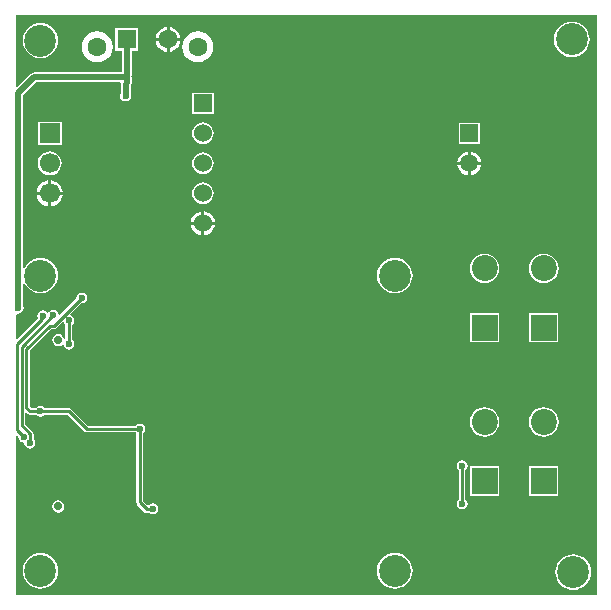
<source format=gbl>
G04*
G04 #@! TF.GenerationSoftware,Altium Limited,Altium Designer,19.0.10 (269)*
G04*
G04 Layer_Physical_Order=2*
G04 Layer_Color=16711680*
%FSLAX25Y25*%
%MOIN*%
G70*
G01*
G75*
%ADD10C,0.01000*%
%ADD11C,0.00984*%
%ADD57C,0.01968*%
%ADD58R,0.06000X0.06000*%
%ADD59C,0.06000*%
%ADD60C,0.05906*%
%ADD61R,0.05906X0.05906*%
%ADD62R,0.06693X0.06693*%
%ADD63C,0.06693*%
%ADD64R,0.06299X0.06299*%
%ADD65C,0.06299*%
%ADD66C,0.10630*%
%ADD67R,0.08661X0.08661*%
%ADD68C,0.08661*%
%ADD69C,0.02756*%
%ADD70C,0.02362*%
G36*
X195219Y195219D02*
X195219Y1631D01*
X1631Y1631D01*
X1631Y54802D01*
X2093Y54993D01*
X2429Y54658D01*
X2389Y54457D01*
X2527Y53762D01*
X2921Y53173D01*
X3510Y52779D01*
X4036Y52674D01*
X4319Y52477D01*
X4517Y52193D01*
X4622Y51667D01*
X5015Y51078D01*
X5604Y50684D01*
X6299Y50546D01*
X6994Y50684D01*
X7583Y51078D01*
X7977Y51667D01*
X8115Y52362D01*
X7977Y53057D01*
X7591Y53634D01*
Y55398D01*
X7507Y55825D01*
X7265Y56186D01*
X4666Y58785D01*
Y62412D01*
X5128Y62604D01*
X5533Y62199D01*
X5533Y62199D01*
X5897Y61956D01*
X6326Y61870D01*
X6326Y61870D01*
X8450D01*
X8558Y61708D01*
X9148Y61314D01*
X9843Y61176D01*
X10537Y61314D01*
X11127Y61708D01*
X11235Y61870D01*
X18827D01*
X24404Y56294D01*
X24404Y56294D01*
X24768Y56050D01*
X25197Y55965D01*
X25197Y55965D01*
X41521D01*
X41629Y55803D01*
X41792Y55694D01*
Y32677D01*
X41792Y32677D01*
X41877Y32248D01*
X42120Y31884D01*
X44482Y29522D01*
X44482Y29522D01*
X44846Y29279D01*
X45276Y29193D01*
X45276Y29193D01*
X46011D01*
X46549Y28834D01*
X47244Y28696D01*
X47939Y28834D01*
X48528Y29228D01*
X48922Y29817D01*
X49060Y30512D01*
X48922Y31207D01*
X48528Y31796D01*
X47939Y32190D01*
X47244Y32328D01*
X46549Y32190D01*
X45960Y31796D01*
X45947Y31776D01*
X45449Y31727D01*
X44035Y33142D01*
Y55694D01*
X44197Y55803D01*
X44591Y56392D01*
X44729Y57087D01*
X44591Y57782D01*
X44197Y58371D01*
X43608Y58764D01*
X42913Y58903D01*
X42218Y58764D01*
X41629Y58371D01*
X41521Y58208D01*
X25661D01*
X20085Y63785D01*
X19721Y64028D01*
X19291Y64114D01*
X19291Y64114D01*
X11235D01*
X11127Y64276D01*
X10537Y64670D01*
X9843Y64808D01*
X9148Y64670D01*
X8558Y64276D01*
X8450Y64114D01*
X6791D01*
X6266Y64638D01*
Y83334D01*
X13401Y90469D01*
X14349D01*
X14349Y90469D01*
X14778Y90554D01*
X15142Y90798D01*
X17130Y92785D01*
X17550Y92658D01*
X17634Y92582D01*
X18007Y92023D01*
X18170Y91914D01*
Y87338D01*
X17670Y87288D01*
X17611Y87583D01*
X17174Y88237D01*
X16520Y88674D01*
X15748Y88828D01*
X14976Y88674D01*
X14322Y88237D01*
X13885Y87583D01*
X13731Y86811D01*
X13885Y86039D01*
X14322Y85385D01*
X14976Y84948D01*
X15748Y84794D01*
X16520Y84948D01*
X16998Y85268D01*
X17501Y85115D01*
X17546Y85078D01*
X17614Y84738D01*
X18007Y84149D01*
X18596Y83755D01*
X19291Y83617D01*
X19986Y83755D01*
X20575Y84149D01*
X20969Y84738D01*
X21107Y85433D01*
X20969Y86128D01*
X20575Y86717D01*
X20413Y86826D01*
Y91914D01*
X20575Y92023D01*
X20969Y92612D01*
X21107Y93307D01*
X20969Y94002D01*
X20575Y94591D01*
X20016Y94965D01*
X19941Y95048D01*
X19813Y95469D01*
X23367Y99022D01*
X23622Y98971D01*
X24317Y99110D01*
X24906Y99503D01*
X25300Y100092D01*
X25438Y100787D01*
X25300Y101482D01*
X24906Y102071D01*
X24317Y102465D01*
X23622Y102603D01*
X22927Y102465D01*
X22338Y102071D01*
X21944Y101482D01*
X21806Y100787D01*
X21832Y100659D01*
X16458Y95286D01*
X15915Y95450D01*
X15851Y95774D01*
X15457Y96363D01*
X14868Y96756D01*
X14173Y96895D01*
X13478Y96756D01*
X12889Y96363D01*
X12637Y95985D01*
X12062Y95949D01*
X12058Y95950D01*
X11914Y96166D01*
X11325Y96560D01*
X10630Y96698D01*
X9935Y96560D01*
X9346Y96166D01*
X8952Y95577D01*
X8814Y94882D01*
X8952Y94187D01*
X9031Y94070D01*
X2093Y87133D01*
X1631Y87324D01*
Y95144D01*
X2131Y95554D01*
X2387Y95503D01*
X3082Y95642D01*
X3672Y96035D01*
X4065Y96624D01*
X4203Y97319D01*
X4065Y98014D01*
X4003Y98108D01*
Y105585D01*
X4503Y105710D01*
X4901Y104966D01*
X5640Y104065D01*
X6540Y103326D01*
X7568Y102777D01*
X8683Y102438D01*
X9843Y102324D01*
X11002Y102438D01*
X12117Y102777D01*
X13145Y103326D01*
X14045Y104065D01*
X14784Y104966D01*
X15334Y105993D01*
X15672Y107108D01*
X15786Y108268D01*
X15672Y109427D01*
X15334Y110542D01*
X14784Y111570D01*
X14045Y112470D01*
X13145Y113210D01*
X12117Y113759D01*
X11002Y114097D01*
X9843Y114211D01*
X8683Y114097D01*
X7568Y113759D01*
X6540Y113210D01*
X5640Y112470D01*
X4901Y111570D01*
X4503Y110826D01*
X4003Y110951D01*
Y168301D01*
X8515Y172814D01*
X36273D01*
X36683Y172314D01*
X36649Y172142D01*
Y169011D01*
X36511Y168805D01*
X36373Y168110D01*
X36511Y167415D01*
X36905Y166826D01*
X37494Y166432D01*
X38189Y166294D01*
X38884Y166432D01*
X39473Y166826D01*
X39867Y167415D01*
X40005Y168110D01*
X39880Y168741D01*
Y171550D01*
X40075Y171842D01*
X40198Y172460D01*
Y174429D01*
X40120Y174823D01*
X40198Y175216D01*
Y183238D01*
X42332D01*
Y190737D01*
X34833D01*
Y183238D01*
X36967D01*
Y176044D01*
X7846D01*
X7228Y175921D01*
X6704Y175571D01*
X2093Y170961D01*
X1631Y171152D01*
Y195219D01*
X195219Y195219D01*
D02*
G37*
%LPC*%
G36*
X52862Y191107D02*
Y187487D01*
X56482D01*
X56405Y188070D01*
X55987Y189080D01*
X55322Y189947D01*
X54455Y190612D01*
X53446Y191030D01*
X52862Y191107D01*
D02*
G37*
G36*
X51862D02*
X51279Y191030D01*
X50270Y190612D01*
X49403Y189947D01*
X48737Y189080D01*
X48319Y188070D01*
X48243Y187487D01*
X51862D01*
Y191107D01*
D02*
G37*
G36*
X56482Y186487D02*
X52862D01*
Y182868D01*
X53446Y182944D01*
X54455Y183362D01*
X55322Y184028D01*
X55987Y184894D01*
X56405Y185904D01*
X56482Y186487D01*
D02*
G37*
G36*
X51862D02*
X48243D01*
X48319Y185904D01*
X48737Y184894D01*
X49403Y184028D01*
X50270Y183362D01*
X51279Y182944D01*
X51862Y182868D01*
Y186487D01*
D02*
G37*
G36*
X187008Y192951D02*
X185848Y192837D01*
X184733Y192499D01*
X183706Y191950D01*
X182805Y191211D01*
X182066Y190310D01*
X181517Y189282D01*
X181178Y188167D01*
X181064Y187008D01*
X181178Y185848D01*
X181517Y184733D01*
X182066Y183706D01*
X182805Y182805D01*
X183706Y182066D01*
X184733Y181517D01*
X185848Y181178D01*
X187008Y181064D01*
X188167Y181178D01*
X189282Y181517D01*
X190310Y182066D01*
X191211Y182805D01*
X191950Y183706D01*
X192499Y184733D01*
X192837Y185848D01*
X192951Y187008D01*
X192837Y188167D01*
X192499Y189282D01*
X191950Y190310D01*
X191211Y191211D01*
X190310Y191950D01*
X189282Y192499D01*
X188167Y192837D01*
X187008Y192951D01*
D02*
G37*
G36*
X9843Y192558D02*
X8683Y192444D01*
X7568Y192105D01*
X6540Y191556D01*
X5640Y190817D01*
X4901Y189916D01*
X4351Y188889D01*
X4013Y187774D01*
X3899Y186614D01*
X4013Y185455D01*
X4351Y184340D01*
X4901Y183312D01*
X5640Y182411D01*
X6540Y181672D01*
X7568Y181123D01*
X8683Y180785D01*
X9843Y180671D01*
X11002Y180785D01*
X12117Y181123D01*
X13145Y181672D01*
X14045Y182411D01*
X14784Y183312D01*
X15334Y184340D01*
X15672Y185455D01*
X15786Y186614D01*
X15672Y187774D01*
X15334Y188889D01*
X14784Y189916D01*
X14045Y190817D01*
X13145Y191556D01*
X12117Y192105D01*
X11002Y192444D01*
X9843Y192558D01*
D02*
G37*
G36*
X62205Y189679D02*
X60866Y189502D01*
X59619Y188986D01*
X58548Y188164D01*
X57726Y187093D01*
X57209Y185845D01*
X57033Y184507D01*
X57209Y183168D01*
X57726Y181921D01*
X58548Y180850D01*
X59619Y180028D01*
X60866Y179511D01*
X62205Y179335D01*
X63543Y179511D01*
X64791Y180028D01*
X65862Y180850D01*
X66684Y181921D01*
X67200Y183168D01*
X67377Y184507D01*
X67200Y185845D01*
X66684Y187093D01*
X65862Y188164D01*
X64791Y188986D01*
X63543Y189502D01*
X62205Y189679D01*
D02*
G37*
G36*
X28740D02*
X27402Y189502D01*
X26154Y188986D01*
X25083Y188164D01*
X24261Y187093D01*
X23745Y185845D01*
X23568Y184507D01*
X23745Y183168D01*
X24261Y181921D01*
X25083Y180850D01*
X26154Y180028D01*
X27402Y179511D01*
X28740Y179335D01*
X30079Y179511D01*
X31326Y180028D01*
X32397Y180850D01*
X33219Y181921D01*
X33736Y183168D01*
X33912Y184507D01*
X33736Y185845D01*
X33219Y187093D01*
X32397Y188164D01*
X31326Y188986D01*
X30079Y189502D01*
X28740Y189679D01*
D02*
G37*
G36*
X67608Y169269D02*
X60408D01*
Y162069D01*
X67608D01*
Y169269D01*
D02*
G37*
G36*
X156309Y159222D02*
X149203D01*
Y152117D01*
X156309D01*
Y159222D01*
D02*
G37*
G36*
X64008Y159300D02*
X63068Y159177D01*
X62192Y158814D01*
X61440Y158237D01*
X60863Y157485D01*
X60501Y156609D01*
X60377Y155669D01*
X60501Y154729D01*
X60863Y153854D01*
X61440Y153102D01*
X62192Y152525D01*
X63068Y152162D01*
X64008Y152038D01*
X64948Y152162D01*
X65823Y152525D01*
X66575Y153102D01*
X67153Y153854D01*
X67515Y154729D01*
X67639Y155669D01*
X67515Y156609D01*
X67153Y157485D01*
X66575Y158237D01*
X65823Y158814D01*
X64948Y159177D01*
X64008Y159300D01*
D02*
G37*
G36*
X16883Y159616D02*
X8991D01*
Y151723D01*
X16883D01*
Y159616D01*
D02*
G37*
G36*
X153256Y149590D02*
Y146169D01*
X156677D01*
X156607Y146701D01*
X156209Y147663D01*
X155575Y148488D01*
X154749Y149122D01*
X153788Y149520D01*
X153256Y149590D01*
D02*
G37*
G36*
X152256Y149590D02*
X151724Y149520D01*
X150762Y149122D01*
X149937Y148488D01*
X149303Y147663D01*
X148905Y146701D01*
X148835Y146169D01*
X152256D01*
Y149590D01*
D02*
G37*
G36*
X64008Y149300D02*
X63068Y149177D01*
X62192Y148814D01*
X61440Y148237D01*
X60863Y147485D01*
X60501Y146609D01*
X60377Y145669D01*
X60501Y144729D01*
X60863Y143854D01*
X61440Y143102D01*
X62192Y142525D01*
X63068Y142162D01*
X64008Y142038D01*
X64948Y142162D01*
X65823Y142525D01*
X66575Y143102D01*
X67153Y143854D01*
X67515Y144729D01*
X67639Y145669D01*
X67515Y146609D01*
X67153Y147485D01*
X66575Y148237D01*
X65823Y148814D01*
X64948Y149177D01*
X64008Y149300D01*
D02*
G37*
G36*
X156677Y145169D02*
X153256D01*
Y141748D01*
X153788Y141818D01*
X154749Y142217D01*
X155575Y142850D01*
X156209Y143676D01*
X156607Y144637D01*
X156677Y145169D01*
D02*
G37*
G36*
X152256D02*
X148835D01*
X148905Y144637D01*
X149303Y143676D01*
X149937Y142850D01*
X150762Y142217D01*
X151724Y141818D01*
X152256Y141748D01*
Y145169D01*
D02*
G37*
G36*
X12937Y149650D02*
X11907Y149514D01*
X10947Y149117D01*
X10122Y148484D01*
X9490Y147660D01*
X9092Y146700D01*
X8956Y145669D01*
X9092Y144639D01*
X9490Y143679D01*
X10122Y142855D01*
X10947Y142222D01*
X11907Y141824D01*
X12937Y141689D01*
X13967Y141824D01*
X14927Y142222D01*
X15752Y142855D01*
X16384Y143679D01*
X16782Y144639D01*
X16917Y145669D01*
X16782Y146700D01*
X16384Y147660D01*
X15752Y148484D01*
X14927Y149117D01*
X13967Y149514D01*
X12937Y149650D01*
D02*
G37*
G36*
X13437Y139987D02*
Y136169D01*
X17255D01*
X17172Y136804D01*
X16734Y137861D01*
X16037Y138769D01*
X15129Y139466D01*
X14072Y139904D01*
X13437Y139987D01*
D02*
G37*
G36*
X12437D02*
X11802Y139904D01*
X10745Y139466D01*
X9837Y138769D01*
X9140Y137861D01*
X8702Y136804D01*
X8619Y136169D01*
X12437D01*
Y139987D01*
D02*
G37*
G36*
X64008Y139300D02*
X63068Y139177D01*
X62192Y138814D01*
X61440Y138237D01*
X60863Y137485D01*
X60501Y136609D01*
X60377Y135669D01*
X60501Y134730D01*
X60863Y133854D01*
X61440Y133102D01*
X62192Y132525D01*
X63068Y132162D01*
X64008Y132038D01*
X64948Y132162D01*
X65823Y132525D01*
X66575Y133102D01*
X67153Y133854D01*
X67515Y134730D01*
X67639Y135669D01*
X67515Y136609D01*
X67153Y137485D01*
X66575Y138237D01*
X65823Y138814D01*
X64948Y139177D01*
X64008Y139300D01*
D02*
G37*
G36*
X17255Y135169D02*
X13437D01*
Y131351D01*
X14072Y131435D01*
X15129Y131873D01*
X16037Y132569D01*
X16734Y133477D01*
X17172Y134535D01*
X17255Y135169D01*
D02*
G37*
G36*
X12437D02*
X8619D01*
X8702Y134535D01*
X9140Y133477D01*
X9837Y132569D01*
X10745Y131873D01*
X11802Y131435D01*
X12437Y131351D01*
Y135169D01*
D02*
G37*
G36*
X64508Y129638D02*
Y126169D01*
X67977D01*
X67905Y126714D01*
X67502Y127687D01*
X66861Y128522D01*
X66025Y129163D01*
X65052Y129566D01*
X64508Y129638D01*
D02*
G37*
G36*
X63508Y129638D02*
X62964Y129566D01*
X61991Y129163D01*
X61155Y128522D01*
X60514Y127687D01*
X60111Y126714D01*
X60039Y126169D01*
X63508D01*
Y129638D01*
D02*
G37*
G36*
X67977Y125169D02*
X64508D01*
Y121701D01*
X65052Y121772D01*
X66025Y122175D01*
X66861Y122817D01*
X67502Y123652D01*
X67905Y124625D01*
X67977Y125169D01*
D02*
G37*
G36*
X63508D02*
X60039D01*
X60111Y124625D01*
X60514Y123652D01*
X61155Y122817D01*
X61991Y122175D01*
X62964Y121772D01*
X63508Y121701D01*
Y125169D01*
D02*
G37*
G36*
X177559Y115603D02*
X176272Y115434D01*
X175072Y114937D01*
X174042Y114146D01*
X173252Y113117D01*
X172755Y111917D01*
X172586Y110630D01*
X172755Y109343D01*
X173252Y108143D01*
X174042Y107113D01*
X175072Y106323D01*
X176272Y105826D01*
X177559Y105657D01*
X178846Y105826D01*
X180046Y106323D01*
X181076Y107113D01*
X181866Y108143D01*
X182363Y109343D01*
X182532Y110630D01*
X182363Y111917D01*
X181866Y113117D01*
X181076Y114146D01*
X180046Y114937D01*
X178846Y115434D01*
X177559Y115603D01*
D02*
G37*
G36*
X157874D02*
X156587Y115434D01*
X155387Y114937D01*
X154357Y114146D01*
X153567Y113117D01*
X153070Y111917D01*
X152901Y110630D01*
X153070Y109343D01*
X153567Y108143D01*
X154357Y107113D01*
X155387Y106323D01*
X156587Y105826D01*
X157874Y105657D01*
X159161Y105826D01*
X160361Y106323D01*
X161391Y107113D01*
X162181Y108143D01*
X162678Y109343D01*
X162847Y110630D01*
X162678Y111917D01*
X162181Y113117D01*
X161391Y114146D01*
X160361Y114937D01*
X159161Y115434D01*
X157874Y115603D01*
D02*
G37*
G36*
X127953Y114211D02*
X126793Y114097D01*
X125678Y113759D01*
X124651Y113210D01*
X123750Y112470D01*
X123011Y111570D01*
X122462Y110542D01*
X122123Y109427D01*
X122009Y108268D01*
X122123Y107108D01*
X122462Y105993D01*
X123011Y104966D01*
X123750Y104065D01*
X124651Y103326D01*
X125678Y102777D01*
X126793Y102438D01*
X127953Y102324D01*
X129112Y102438D01*
X130227Y102777D01*
X131255Y103326D01*
X132156Y104065D01*
X132895Y104966D01*
X133444Y105993D01*
X133782Y107108D01*
X133896Y108268D01*
X133782Y109427D01*
X133444Y110542D01*
X132895Y111570D01*
X132156Y112470D01*
X131255Y113210D01*
X130227Y113759D01*
X129112Y114097D01*
X127953Y114211D01*
D02*
G37*
G36*
X182490Y95876D02*
X172628D01*
Y86014D01*
X182490D01*
Y95876D01*
D02*
G37*
G36*
X162805D02*
X152943D01*
Y86014D01*
X162805D01*
Y95876D01*
D02*
G37*
G36*
X177559Y64422D02*
X176272Y64253D01*
X175072Y63756D01*
X174042Y62965D01*
X173252Y61935D01*
X172755Y60736D01*
X172586Y59449D01*
X172755Y58162D01*
X173252Y56962D01*
X174042Y55932D01*
X175072Y55142D01*
X176272Y54645D01*
X177559Y54475D01*
X178846Y54645D01*
X180046Y55142D01*
X181076Y55932D01*
X181866Y56962D01*
X182363Y58162D01*
X182532Y59449D01*
X182363Y60736D01*
X181866Y61935D01*
X181076Y62965D01*
X180046Y63756D01*
X178846Y64253D01*
X177559Y64422D01*
D02*
G37*
G36*
X157874D02*
X156587Y64253D01*
X155387Y63756D01*
X154357Y62965D01*
X153567Y61935D01*
X153070Y60736D01*
X152901Y59449D01*
X153070Y58162D01*
X153567Y56962D01*
X154357Y55932D01*
X155387Y55142D01*
X156587Y54645D01*
X157874Y54475D01*
X159161Y54645D01*
X160361Y55142D01*
X161391Y55932D01*
X162181Y56962D01*
X162678Y58162D01*
X162847Y59449D01*
X162678Y60736D01*
X162181Y61935D01*
X161391Y62965D01*
X160361Y63756D01*
X159161Y64253D01*
X157874Y64422D01*
D02*
G37*
G36*
X182490Y44694D02*
X172628D01*
Y34833D01*
X182490D01*
Y44694D01*
D02*
G37*
G36*
X162805D02*
X152943D01*
Y34833D01*
X162805D01*
Y44694D01*
D02*
G37*
G36*
X150394Y46698D02*
X149699Y46560D01*
X149110Y46166D01*
X148716Y45577D01*
X148578Y44882D01*
X148716Y44187D01*
X149110Y43598D01*
X149272Y43489D01*
Y33676D01*
X149110Y33568D01*
X148716Y32978D01*
X148578Y32283D01*
X148716Y31589D01*
X149110Y30999D01*
X149699Y30606D01*
X150394Y30468D01*
X151089Y30606D01*
X151678Y30999D01*
X152071Y31589D01*
X152210Y32283D01*
X152071Y32978D01*
X151678Y33568D01*
X151515Y33676D01*
Y43489D01*
X151678Y43598D01*
X152071Y44187D01*
X152210Y44882D01*
X152071Y45577D01*
X151678Y46166D01*
X151089Y46560D01*
X150394Y46698D01*
D02*
G37*
G36*
X15748Y33316D02*
X14976Y33162D01*
X14322Y32725D01*
X13885Y32071D01*
X13731Y31299D01*
X13885Y30527D01*
X14322Y29873D01*
X14976Y29436D01*
X15748Y29283D01*
X16520Y29436D01*
X17174Y29873D01*
X17611Y30527D01*
X17765Y31299D01*
X17611Y32071D01*
X17174Y32725D01*
X16520Y33162D01*
X15748Y33316D01*
D02*
G37*
G36*
X127953Y15786D02*
X126793Y15672D01*
X125678Y15334D01*
X124651Y14784D01*
X123750Y14045D01*
X123011Y13145D01*
X122462Y12117D01*
X122123Y11002D01*
X122009Y9843D01*
X122123Y8683D01*
X122462Y7568D01*
X123011Y6540D01*
X123750Y5640D01*
X124651Y4901D01*
X125678Y4351D01*
X126793Y4013D01*
X127953Y3899D01*
X129112Y4013D01*
X130227Y4351D01*
X131255Y4901D01*
X132156Y5640D01*
X132895Y6540D01*
X133444Y7568D01*
X133782Y8683D01*
X133896Y9843D01*
X133782Y11002D01*
X133444Y12117D01*
X132895Y13145D01*
X132156Y14045D01*
X131255Y14784D01*
X130227Y15334D01*
X129112Y15672D01*
X127953Y15786D01*
D02*
G37*
G36*
X9843D02*
X8683Y15672D01*
X7568Y15334D01*
X6540Y14784D01*
X5640Y14045D01*
X4901Y13145D01*
X4351Y12117D01*
X4013Y11002D01*
X3899Y9843D01*
X4013Y8683D01*
X4351Y7568D01*
X4901Y6540D01*
X5640Y5640D01*
X6540Y4901D01*
X7568Y4351D01*
X8683Y4013D01*
X9843Y3899D01*
X11002Y4013D01*
X12117Y4351D01*
X13145Y4901D01*
X14045Y5640D01*
X14784Y6540D01*
X15334Y7568D01*
X15672Y8683D01*
X15786Y9843D01*
X15672Y11002D01*
X15334Y12117D01*
X14784Y13145D01*
X14045Y14045D01*
X13145Y14784D01*
X12117Y15334D01*
X11002Y15672D01*
X9843Y15786D01*
D02*
G37*
G36*
X187402Y15392D02*
X186242Y15278D01*
X185127Y14940D01*
X184099Y14391D01*
X183199Y13652D01*
X182460Y12751D01*
X181910Y11723D01*
X181572Y10608D01*
X181458Y9449D01*
X181572Y8289D01*
X181910Y7174D01*
X182460Y6147D01*
X183199Y5246D01*
X184099Y4507D01*
X185127Y3958D01*
X186242Y3619D01*
X187402Y3505D01*
X188561Y3619D01*
X189676Y3958D01*
X190704Y4507D01*
X191604Y5246D01*
X192343Y6147D01*
X192893Y7174D01*
X193231Y8289D01*
X193345Y9449D01*
X193231Y10608D01*
X192893Y11723D01*
X192343Y12751D01*
X191604Y13652D01*
X190704Y14391D01*
X189676Y14940D01*
X188561Y15278D01*
X187402Y15392D01*
D02*
G37*
%LPD*%
D10*
X12937Y91591D02*
X14349D01*
X23546Y100787D01*
X23622D01*
X150394Y32283D02*
Y44882D01*
X5145Y83799D02*
X12937Y91591D01*
X5145Y64173D02*
Y83799D01*
Y64173D02*
X6326Y62992D01*
X9843D01*
X19291Y85433D02*
Y93307D01*
X9843Y62992D02*
X19291D01*
X25197Y57087D01*
X42913Y32677D02*
Y57087D01*
Y32677D02*
X45276Y30315D01*
X25197Y57087D02*
X42913D01*
X45276Y30315D02*
X47047D01*
X47244Y30512D01*
D11*
X5812Y52849D02*
X6478Y53515D01*
X1969Y85433D02*
X10366Y93831D01*
Y94618D01*
X10630Y94882D01*
X3553Y84458D02*
X14173Y95079D01*
X3553Y58324D02*
Y84458D01*
Y58324D02*
X6478Y55398D01*
X1969Y56693D02*
Y85433D01*
Y56693D02*
X4205Y54457D01*
X6478Y53515D02*
Y55398D01*
X5812Y52849D02*
X5812D01*
X6299Y52362D01*
D57*
X38583Y172460D02*
Y174429D01*
X38264Y172142D02*
X38583Y172460D01*
X38264Y168186D02*
Y172142D01*
X38189Y168110D02*
X38264Y168186D01*
X2387Y168971D02*
X7846Y174429D01*
X2387Y97319D02*
Y168971D01*
X37795Y174429D02*
X38583Y175216D01*
X7846Y174429D02*
X37795D01*
X38583Y175216D02*
Y186987D01*
D58*
X64008Y165669D02*
D03*
D59*
Y155669D02*
D03*
Y145669D02*
D03*
Y135669D02*
D03*
Y125669D02*
D03*
D60*
X152756Y145669D02*
D03*
D61*
Y155669D02*
D03*
D62*
X12937D02*
D03*
D63*
Y145669D02*
D03*
Y135669D02*
D03*
D64*
X38583Y186987D02*
D03*
D65*
X52362D02*
D03*
X28740Y184507D02*
D03*
X62205D02*
D03*
D66*
X187402Y9449D02*
D03*
X187008Y187008D02*
D03*
X9843Y186614D02*
D03*
Y108268D02*
D03*
X127953D02*
D03*
Y9843D02*
D03*
X9843D02*
D03*
D67*
X177559Y90945D02*
D03*
X157874D02*
D03*
X177559Y39764D02*
D03*
X157874D02*
D03*
D68*
X177559Y110630D02*
D03*
X157874D02*
D03*
X177559Y59449D02*
D03*
X157874D02*
D03*
D69*
X15748Y31299D02*
D03*
Y86811D02*
D03*
D70*
X38189Y168110D02*
D03*
X23622Y100787D02*
D03*
X14173Y95079D02*
D03*
X10630Y94882D02*
D03*
X2387Y97319D02*
D03*
X8273Y35039D02*
D03*
X150394Y44882D02*
D03*
X8268Y70866D02*
D03*
X69685Y64173D02*
D03*
X19291Y93307D02*
D03*
Y85433D02*
D03*
X9843Y62992D02*
D03*
X4205Y54457D02*
D03*
X6299Y52362D02*
D03*
X42913Y57087D02*
D03*
X182087Y167323D02*
D03*
X167323Y137795D02*
D03*
Y78740D02*
D03*
X182087Y49213D02*
D03*
X137795Y137795D02*
D03*
Y78740D02*
D03*
X108268D02*
D03*
X123031Y49213D02*
D03*
X93504Y167323D02*
D03*
Y49213D02*
D03*
X49213Y137795D02*
D03*
X63976Y49213D02*
D03*
X49213Y19685D02*
D03*
X19685D02*
D03*
X52362Y181496D02*
D03*
X48819Y101102D02*
D03*
X79264Y75197D02*
D03*
X70866Y82825D02*
D03*
X34252Y82677D02*
D03*
X38484Y27559D02*
D03*
X54331Y11713D02*
D03*
X72866Y40551D02*
D03*
X57480Y53051D02*
D03*
X130315Y173276D02*
D03*
X140581Y184261D02*
D03*
X130315Y184133D02*
D03*
X92913Y187795D02*
D03*
X47244Y30512D02*
D03*
X59842Y24016D02*
D03*
X88583Y98032D02*
D03*
X72835Y76575D02*
D03*
X150394Y32283D02*
D03*
M02*

</source>
